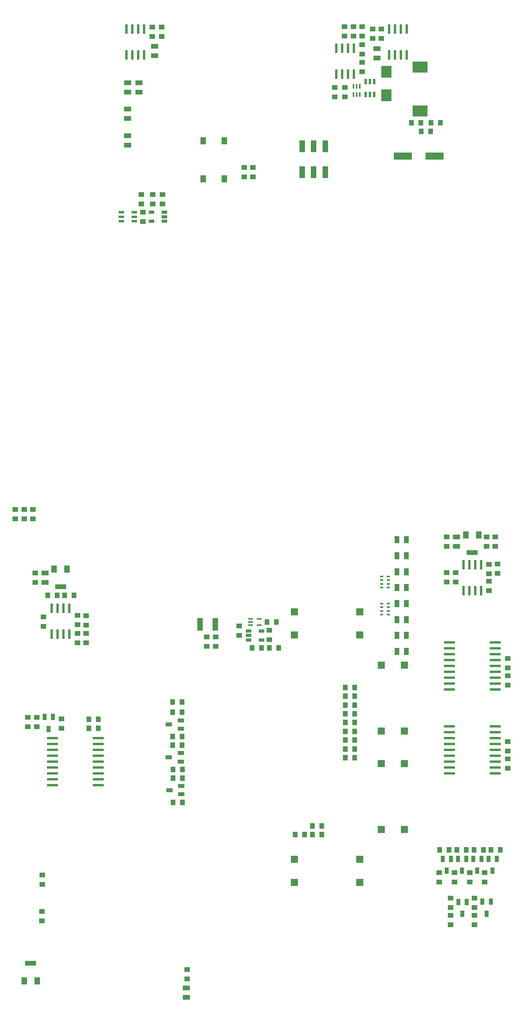
<source format=gtp>
G04*
G04 #@! TF.GenerationSoftware,Altium Limited,Altium Designer,18.1.7 (191)*
G04*
G04 Layer_Color=8421504*
%FSLAX44Y44*%
%MOMM*%
G71*
G01*
G75*
%ADD79R,1.2700X1.0160*%
%ADD80R,1.0160X1.2700*%
%ADD81R,2.4000X0.6000*%
%ADD82R,0.6000X2.0000*%
%ADD83R,1.3000X1.5000*%
%ADD84R,2.4000X1.1000*%
%ADD85R,1.5240X1.0160*%
%ADD86R,3.2000X2.4000*%
%ADD87R,4.0000X1.5000*%
%ADD88R,0.6000X1.2000*%
%ADD89R,0.3500X1.0500*%
%ADD90R,1.2000X0.7000*%
%ADD91R,1.2000X0.6000*%
%ADD92R,1.4000X0.9000*%
%ADD93R,1.2700X2.7000*%
%ADD94R,1.0160X1.5240*%
%ADD95R,0.7000X0.4500*%
%ADD96R,0.9000X1.4000*%
%ADD97R,1.6000X1.6000*%
%ADD98R,1.6000X1.6000*%
%ADD99R,1.0500X0.3500*%
%ADD100R,1.0000X0.3500*%
%ADD101R,1.2000X2.5000*%
%ADD102R,2.3000X2.5000*%
%ADD103R,1.3000X1.6000*%
D79*
X-159000Y-1031160D02*
D03*
Y-1010840D02*
D03*
X-140000Y-1032000D02*
D03*
Y-1011680D02*
D03*
X772000Y-1320740D02*
D03*
Y-1341060D02*
D03*
Y-1283090D02*
D03*
Y-1303410D02*
D03*
Y-1103840D02*
D03*
Y-1124160D02*
D03*
Y-1140840D02*
D03*
Y-1161160D02*
D03*
X640000Y-917840D02*
D03*
Y-938160D02*
D03*
X659000D02*
D03*
Y-917840D02*
D03*
X731000Y-936840D02*
D03*
Y-957160D02*
D03*
Y-900060D02*
D03*
Y-920380D02*
D03*
X750000Y-920160D02*
D03*
Y-899840D02*
D03*
X745000Y-861160D02*
D03*
Y-840840D02*
D03*
X725800D02*
D03*
Y-861160D02*
D03*
X640000Y-840840D02*
D03*
Y-861160D02*
D03*
X457000Y240000D02*
D03*
Y260320D02*
D03*
X438000Y239840D02*
D03*
Y260160D02*
D03*
X419000D02*
D03*
Y239840D02*
D03*
X457000Y183060D02*
D03*
Y162740D02*
D03*
Y221000D02*
D03*
Y200680D02*
D03*
X498000Y234840D02*
D03*
Y255160D02*
D03*
X480000D02*
D03*
Y234840D02*
D03*
X420000Y129160D02*
D03*
Y108840D02*
D03*
X398000Y129160D02*
D03*
Y108840D02*
D03*
X23000Y259160D02*
D03*
Y238840D02*
D03*
X3000Y259160D02*
D03*
Y238840D02*
D03*
X-21000Y-101840D02*
D03*
Y-122160D02*
D03*
X4000Y-101840D02*
D03*
Y-122160D02*
D03*
X25000D02*
D03*
Y-101840D02*
D03*
X-17410Y-139840D02*
D03*
Y-160160D02*
D03*
X-250000Y-939160D02*
D03*
Y-918840D02*
D03*
X-232000Y-1034160D02*
D03*
Y-1013840D02*
D03*
X-159000Y-1070160D02*
D03*
Y-1049840D02*
D03*
X-140000D02*
D03*
Y-1070160D02*
D03*
X-193000Y-1233840D02*
D03*
Y-1254160D02*
D03*
X722000Y-1565840D02*
D03*
Y-1586160D02*
D03*
X690000Y-1565840D02*
D03*
Y-1586160D02*
D03*
X657000D02*
D03*
Y-1565840D02*
D03*
X624000D02*
D03*
Y-1586160D02*
D03*
X648000Y-1641160D02*
D03*
Y-1620840D02*
D03*
X700000Y-1641160D02*
D03*
Y-1620840D02*
D03*
X700100Y-1678160D02*
D03*
Y-1657840D02*
D03*
X648000Y-1678320D02*
D03*
Y-1658000D02*
D03*
X78000Y-1795160D02*
D03*
Y-1774840D02*
D03*
X-236000Y-1670000D02*
D03*
Y-1649680D02*
D03*
X-235000Y-1570866D02*
D03*
Y-1591186D02*
D03*
X-247000Y-1230840D02*
D03*
Y-1251160D02*
D03*
X-266000Y-1251160D02*
D03*
Y-1230840D02*
D03*
X140000Y-1056840D02*
D03*
Y-1077160D02*
D03*
X121000D02*
D03*
Y-1056840D02*
D03*
X-255000Y-781840D02*
D03*
Y-802160D02*
D03*
X-274000D02*
D03*
Y-781840D02*
D03*
X-293000Y-802160D02*
D03*
Y-781840D02*
D03*
X256000Y-1042840D02*
D03*
Y-1063160D02*
D03*
X191000Y-1033680D02*
D03*
Y-1054000D02*
D03*
X221000Y-43840D02*
D03*
Y-64160D02*
D03*
X202000Y-43840D02*
D03*
Y-64160D02*
D03*
D80*
X67160Y-1198000D02*
D03*
X46840D02*
D03*
X626160Y52500D02*
D03*
X605840D02*
D03*
X584840Y34000D02*
D03*
X605160D02*
D03*
X563840Y52500D02*
D03*
X584160D02*
D03*
X-186382Y-967000D02*
D03*
X-166062D02*
D03*
X-223160D02*
D03*
X-202840D02*
D03*
X-113840Y-1235000D02*
D03*
X-134160D02*
D03*
X-133790Y-1254000D02*
D03*
X-113470D02*
D03*
X67160Y-1272000D02*
D03*
X46840D02*
D03*
X67160Y-1291000D02*
D03*
X46840D02*
D03*
X68160Y-1343000D02*
D03*
X47840D02*
D03*
X68160Y-1362000D02*
D03*
X47840D02*
D03*
X68160Y-1414000D02*
D03*
X47840D02*
D03*
X369700Y-1484000D02*
D03*
X349380D02*
D03*
X311840D02*
D03*
X332160D02*
D03*
X420840Y-1299000D02*
D03*
X441160D02*
D03*
Y-1280000D02*
D03*
X420840D02*
D03*
Y-1318000D02*
D03*
X441160D02*
D03*
X735840Y-1517000D02*
D03*
X756160D02*
D03*
X698840D02*
D03*
X719160D02*
D03*
X682320D02*
D03*
X662000D02*
D03*
X624840D02*
D03*
X645160D02*
D03*
X441160Y-1185000D02*
D03*
X420840D02*
D03*
X441160Y-1166000D02*
D03*
X420840D02*
D03*
X441160Y-1204000D02*
D03*
X420840D02*
D03*
Y-1223000D02*
D03*
X441160D02*
D03*
Y-1261000D02*
D03*
X420840D02*
D03*
Y-1242000D02*
D03*
X441160D02*
D03*
X349231Y-1465000D02*
D03*
X369551D02*
D03*
X46840Y-1220000D02*
D03*
X67160D02*
D03*
X271160Y-1025000D02*
D03*
X250840D02*
D03*
X276320Y-1081000D02*
D03*
X256000D02*
D03*
X239000D02*
D03*
X218680D02*
D03*
D81*
X744530Y-1262500D02*
D03*
Y-1275200D02*
D03*
Y-1287900D02*
D03*
Y-1300600D02*
D03*
Y-1313300D02*
D03*
Y-1326000D02*
D03*
Y-1338700D02*
D03*
Y-1351400D02*
D03*
Y-1249800D02*
D03*
X645470Y-1326000D02*
D03*
Y-1313300D02*
D03*
Y-1300600D02*
D03*
Y-1287900D02*
D03*
Y-1275200D02*
D03*
Y-1262500D02*
D03*
Y-1249800D02*
D03*
Y-1338700D02*
D03*
Y-1351400D02*
D03*
X744530Y-1081900D02*
D03*
Y-1094600D02*
D03*
Y-1107300D02*
D03*
Y-1120000D02*
D03*
Y-1132700D02*
D03*
Y-1145400D02*
D03*
Y-1158100D02*
D03*
Y-1170800D02*
D03*
Y-1069200D02*
D03*
X645470Y-1145400D02*
D03*
Y-1132700D02*
D03*
Y-1120000D02*
D03*
Y-1107300D02*
D03*
Y-1094600D02*
D03*
Y-1081900D02*
D03*
Y-1069200D02*
D03*
Y-1158100D02*
D03*
Y-1170800D02*
D03*
X-113470Y-1287900D02*
D03*
Y-1300600D02*
D03*
Y-1313300D02*
D03*
Y-1326000D02*
D03*
Y-1338700D02*
D03*
Y-1351400D02*
D03*
Y-1364100D02*
D03*
Y-1376800D02*
D03*
Y-1275200D02*
D03*
X-212530Y-1351400D02*
D03*
Y-1338700D02*
D03*
Y-1326000D02*
D03*
Y-1313300D02*
D03*
Y-1300600D02*
D03*
Y-1287900D02*
D03*
Y-1275200D02*
D03*
Y-1364100D02*
D03*
Y-1376800D02*
D03*
D82*
X714050Y-901060D02*
D03*
X701350D02*
D03*
X688650D02*
D03*
X675950D02*
D03*
X714050Y-956940D02*
D03*
X701350D02*
D03*
X688650D02*
D03*
X675950D02*
D03*
X439050Y213940D02*
D03*
X426350D02*
D03*
X413650D02*
D03*
X400950D02*
D03*
X439050Y158060D02*
D03*
X426350D02*
D03*
X413650D02*
D03*
X400950D02*
D03*
X553050Y254940D02*
D03*
X540350D02*
D03*
X527650D02*
D03*
X514950D02*
D03*
X553050Y199060D02*
D03*
X540350D02*
D03*
X527650D02*
D03*
X514950D02*
D03*
X-53050D02*
D03*
X-40350D02*
D03*
X-27650D02*
D03*
X-14950D02*
D03*
X-53050Y254940D02*
D03*
X-40350D02*
D03*
X-27650D02*
D03*
X-14950D02*
D03*
X-176222Y-995060D02*
D03*
X-188922D02*
D03*
X-201622D02*
D03*
X-214322D02*
D03*
X-176222Y-1050940D02*
D03*
X-188922D02*
D03*
X-201622D02*
D03*
X-214322D02*
D03*
D83*
X681030Y-837220D02*
D03*
X708970D02*
D03*
X-209242Y-910220D02*
D03*
X-181302D02*
D03*
X-273970Y-1799780D02*
D03*
X-246030D02*
D03*
D84*
X695000Y-875320D02*
D03*
X-195272Y-948320D02*
D03*
X-260000Y-1761680D02*
D03*
D85*
X661000Y-840840D02*
D03*
Y-861160D02*
D03*
X489000Y192840D02*
D03*
Y213160D02*
D03*
X-229000Y-939160D02*
D03*
Y-918840D02*
D03*
X77000Y-1814680D02*
D03*
Y-1835000D02*
D03*
X-50000Y118840D02*
D03*
Y139160D02*
D03*
X-26000Y118840D02*
D03*
Y139160D02*
D03*
X-50000Y61840D02*
D03*
Y82160D02*
D03*
Y4840D02*
D03*
Y25160D02*
D03*
X8000Y197840D02*
D03*
Y218160D02*
D03*
D86*
X582000Y78500D02*
D03*
Y173500D02*
D03*
D87*
X544710Y-19000D02*
D03*
X613290D02*
D03*
D88*
X474000Y114000D02*
D03*
X483500D02*
D03*
Y142000D02*
D03*
X474000D02*
D03*
X464500D02*
D03*
Y114000D02*
D03*
D89*
X451500Y131750D02*
D03*
X445000D02*
D03*
X438500D02*
D03*
X451500Y114250D02*
D03*
X438500D02*
D03*
X445000D02*
D03*
D90*
X1000Y-159500D02*
D03*
X29000D02*
D03*
Y-150000D02*
D03*
Y-140500D02*
D03*
X1000D02*
D03*
X239000Y-1063500D02*
D03*
X211000D02*
D03*
Y-1054000D02*
D03*
Y-1044500D02*
D03*
X239000D02*
D03*
D91*
X-36000Y-159500D02*
D03*
X-64000D02*
D03*
Y-150000D02*
D03*
Y-140500D02*
D03*
X-36000D02*
D03*
Y-150000D02*
D03*
D92*
X65000Y-1255000D02*
D03*
Y-1237000D02*
D03*
X39000Y-1246000D02*
D03*
X65000Y-1326000D02*
D03*
Y-1308000D02*
D03*
X39000Y-1317000D02*
D03*
X66000Y-1397000D02*
D03*
Y-1379000D02*
D03*
X40000Y-1388000D02*
D03*
D93*
X106500Y-1030000D02*
D03*
X139500D02*
D03*
D94*
X552160Y-847000D02*
D03*
X531840D02*
D03*
X552160Y-881500D02*
D03*
X531840D02*
D03*
X552160Y-916156D02*
D03*
X531840D02*
D03*
X552160Y-950500D02*
D03*
X531840D02*
D03*
X552320Y-985000D02*
D03*
X532000D02*
D03*
X552160Y-1019500D02*
D03*
X531840D02*
D03*
X552160Y-1054000D02*
D03*
X531840D02*
D03*
X552160Y-1088500D02*
D03*
X531840D02*
D03*
D95*
X498981Y-926500D02*
D03*
Y-934500D02*
D03*
Y-942500D02*
D03*
X513981Y-926500D02*
D03*
X498981Y-950500D02*
D03*
X513981Y-934500D02*
D03*
Y-942500D02*
D03*
Y-950500D02*
D03*
X498981Y-985000D02*
D03*
Y-993000D02*
D03*
Y-1001000D02*
D03*
X513981Y-985000D02*
D03*
X498981Y-1009000D02*
D03*
X513981Y-993000D02*
D03*
Y-1001000D02*
D03*
Y-1009000D02*
D03*
D96*
X649000Y-1536000D02*
D03*
X631000D02*
D03*
X640000Y-1562000D02*
D03*
X682000Y-1536000D02*
D03*
X664000D02*
D03*
X673000Y-1562000D02*
D03*
X715000Y-1536000D02*
D03*
X697000D02*
D03*
X706000Y-1562000D02*
D03*
X748000Y-1536000D02*
D03*
X730000D02*
D03*
X739000Y-1562000D02*
D03*
X683000Y-1629000D02*
D03*
X665000D02*
D03*
X674000Y-1655000D02*
D03*
X735000Y-1628540D02*
D03*
X717000D02*
D03*
X726000Y-1654540D02*
D03*
X-221000Y-1256000D02*
D03*
X-230000Y-1230000D02*
D03*
X-212000D02*
D03*
D97*
X452000Y-1002500D02*
D03*
Y-1052500D02*
D03*
X310000Y-1002500D02*
D03*
Y-1052500D02*
D03*
X452000Y-1537500D02*
D03*
Y-1587500D02*
D03*
X310000Y-1537500D02*
D03*
Y-1587500D02*
D03*
D98*
X548000Y-1259900D02*
D03*
X497999D02*
D03*
X548000Y-1117900D02*
D03*
X498000D02*
D03*
X548000Y-1472900D02*
D03*
X498000D02*
D03*
X548000Y-1330900D02*
D03*
X498000D02*
D03*
D99*
X215750Y-1018500D02*
D03*
Y-1025000D02*
D03*
X234250Y-1018500D02*
D03*
D100*
X215750Y-1031500D02*
D03*
X234250D02*
D03*
D101*
X327000Y-54000D02*
D03*
Y2000D02*
D03*
X377000D02*
D03*
Y-54000D02*
D03*
X352000Y2000D02*
D03*
Y-54000D02*
D03*
D102*
X509000Y112600D02*
D03*
Y163400D02*
D03*
D103*
X158500Y14250D02*
D03*
Y-68250D02*
D03*
X113500D02*
D03*
Y14250D02*
D03*
M02*

</source>
